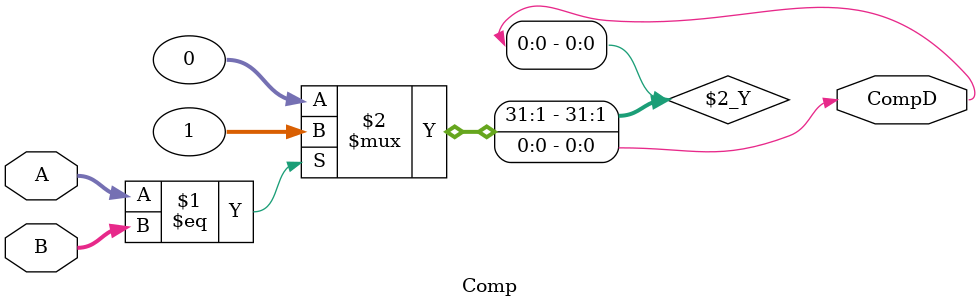
<source format=v>
module Comp(
  input   [31:0]  A, B,
  output          CompD
  );
  
  assign CompD = (A == B) ? 1 : 0;
  
endmodule
</source>
